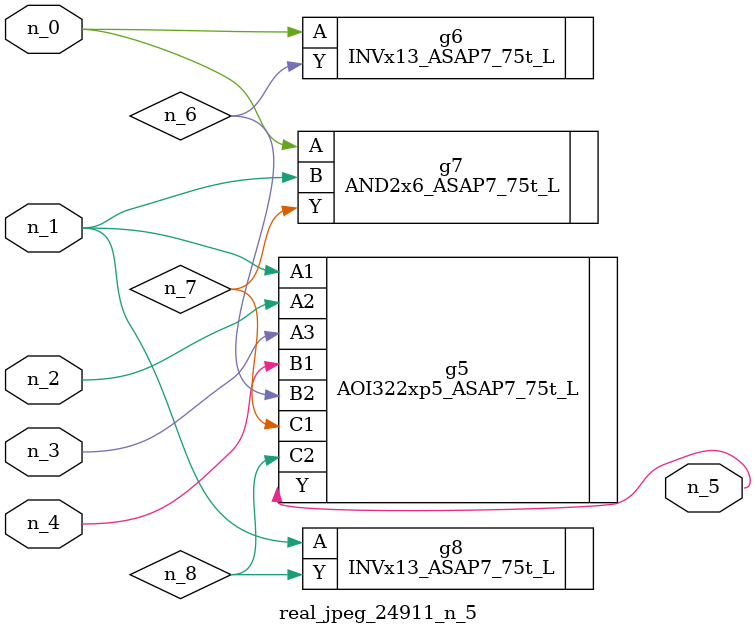
<source format=v>
module real_jpeg_24911_n_5 (n_4, n_0, n_1, n_2, n_3, n_5);

input n_4;
input n_0;
input n_1;
input n_2;
input n_3;

output n_5;

wire n_8;
wire n_6;
wire n_7;

INVx13_ASAP7_75t_L g6 ( 
.A(n_0),
.Y(n_6)
);

AND2x6_ASAP7_75t_L g7 ( 
.A(n_0),
.B(n_1),
.Y(n_7)
);

AOI322xp5_ASAP7_75t_L g5 ( 
.A1(n_1),
.A2(n_2),
.A3(n_3),
.B1(n_4),
.B2(n_6),
.C1(n_7),
.C2(n_8),
.Y(n_5)
);

INVx13_ASAP7_75t_L g8 ( 
.A(n_1),
.Y(n_8)
);


endmodule
</source>
